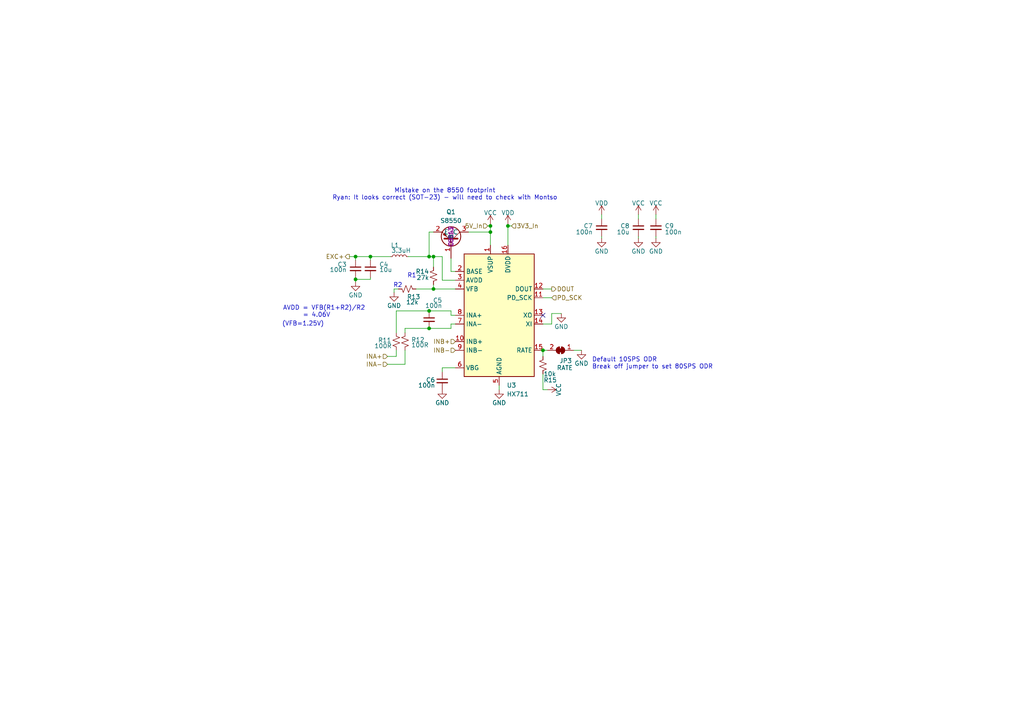
<source format=kicad_sch>
(kicad_sch (version 20231120) (generator "eeschema") (generator_version "8.0")
  (paper "A4")
  (title_block (title "HX711 Circuit") (date "2023-12-05") (rev "1.2.0") (company "https://learn.sparkfun.com/tutorials/load-cell-amplifier-hx711-breakout-hookup-guide"))
  (lib_symbols
    (symbol "Analog_ADC:HX711"
      (property "Reference" "U" (at 5.08 21.59 0))
      (property "Value" "HX711" (at 7.62 19.05 0))
      (symbol "HX711_0_1"
        (rectangle (start -10.16 17.78) (end 10.16 -17.78) (stroke (width 0.254)) (fill (type background)))
      )
      (symbol "HX711_1_1"
        (pin power_in line (at -2.54 20.32 270) (length 2.54) (name "VSUP") (number "1"))
        (pin input line (at -12.7 -7.62 0) (length 2.54) (name "INB+") (number "10"))
        (pin input line (at 12.7 5.08 180) (length 2.54) (name "PD_SCK") (number "11"))
        (pin output line (at 12.7 7.62 180) (length 2.54) (name "DOUT") (number "12"))
        (pin passive line (at 12.7 0 180) (length 2.54) (name "XO") (number "13"))
        (pin passive line (at 12.7 -2.54 180) (length 2.54) (name "XI") (number "14"))
        (pin input line (at 12.7 -10.16 180) (length 2.54) (name "RATE") (number "15"))
        (pin power_in line (at 2.54 20.32 270) (length 2.54) (name "DVDD") (number "16"))
        (pin passive line (at -12.7 12.7 0) (length 2.54) (name "BASE") (number "2"))
        (pin power_in line (at -12.7 10.16 0) (length 2.54) (name "AVDD") (number "3"))
        (pin input line (at -12.7 7.62 0) (length 2.54) (name "VFB") (number "4"))
        (pin power_in line (at 0 -20.32 90) (length 2.54) (name "AGND") (number "5"))
        (pin passive line (at -12.7 -15.24 0) (length 2.54) (name "VBG") (number "6"))
        (pin input line (at -12.7 -2.54 0) (length 2.54) (name "INA-") (number "7"))
        (pin input line (at -12.7 0 0) (length 2.54) (name "INA+") (number "8"))
        (pin input line (at -12.7 -10.16 0) (length 2.54) (name "INB-") (number "9"))
      )
    )
    (symbol "Device:C_Small" (pin_numbers hide) (pin_names (offset 0.254) hide)
      (property "Reference" "C" (at 0.254 1.778 0))
      (property "Value" "C_Small" (at 0.254 -2.032 0))
      (symbol "C_Small_0_1"
        (polyline (pts (xy -1.524 -0.508) (xy 1.524 -0.508)) (stroke (width 0.3302)))
        (polyline (pts (xy -1.524 0.508) (xy 1.524 0.508)) (stroke (width 0.3048)))
      )
      (symbol "C_Small_1_1"
        (pin passive line (at 0 2.54 270) (length 2.032) (name "~") (number "1"))
        (pin passive line (at 0 -2.54 90) (length 2.032) (name "~") (number "2"))
      )
    )
    (symbol "Device:L_Small" (pin_numbers hide) (pin_names (offset 0.254) hide)
      (property "Reference" "L" (at 0.762 1.016 0))
      (property "Value" "L_Small" (at 0.762 -1.016 0))
      (symbol "L_Small_0_1"
        (arc (start 0 -2.032) (mid 0.5058 -1.524) (end 0 -1.016))
        (arc (start 0 -1.016) (mid 0.5058 -0.508) (end 0 0))
        (arc (start 0 0) (mid 0.5058 0.508) (end 0 1.016))
        (arc (start 0 1.016) (mid 0.5058 1.524) (end 0 2.032))
      )
      (symbol "L_Small_1_1"
        (pin passive line (at 0 2.54 270) (length 0.508) (name "~") (number "1"))
        (pin passive line (at 0 -2.54 90) (length 0.508) (name "~") (number "2"))
      )
    )
    (symbol "Device:R_Small_US" (pin_numbers hide) (pin_names (offset 0.254) hide)
      (property "Reference" "R" (at 0.762 0.508 0))
      (property "Value" "R_Small_US" (at 0.762 -1.016 0))
      (symbol "R_Small_US_1_1"
        (polyline (pts (xy 0 0) (xy 1.016 -0.381) (xy 0 -0.762) (xy -1.016 -1.143) (xy 0 -1.524)))
        (polyline (pts (xy 0 1.524) (xy 1.016 1.143) (xy 0 0.762) (xy -1.016 0.381) (xy 0 0)))
        (pin passive line (at 0 2.54 270) (length 1.016) (name "~") (number "1"))
        (pin passive line (at 0 -2.54 90) (length 1.016) (name "~") (number "2"))
      )
    )
    (symbol "Jumper:SolderJumper_2_Bridged" (pin_names (offset 0) hide)
      (property "Reference" "JP" (at 0 2.032 0))
      (property "Value" "SolderJumper_2_Bridged" (at 0 -2.54 0))
      (symbol "SolderJumper_2_Bridged_0_1"
        (rectangle (start -0.508 0.508) (end 0.508 -0.508) (fill (type outline)))
        (arc (start -0.254 1.016) (mid -1.2656 0) (end -0.254 -1.016))
        (arc (start -0.254 1.016) (mid -1.2656 0) (end -0.254 -1.016) (fill (type outline)))
        (polyline (pts (xy -0.254 1.016) (xy -0.254 -1.016)))
        (polyline (pts (xy 0.254 1.016) (xy 0.254 -1.016)))
        (arc (start 0.254 -1.016) (mid 1.2656 0) (end 0.254 1.016))
        (arc (start 0.254 -1.016) (mid 1.2656 0) (end 0.254 1.016) (fill (type outline)))
      )
      (symbol "SolderJumper_2_Bridged_1_1"
        (pin passive line (at -3.81 0 0) (length 2.54) (name "A") (number "1"))
        (pin passive line (at 3.81 0 180) (length 2.54) (name "B") (number "2"))
      )
    )
    (symbol "UCT:S8550_SMD"
      (property "Reference" "Q" (at -5.08 7.62 0))
      (property "LCSC" "C8542" (at 0 0 0))
      (property "Extended" "0" (at 0 0 0))
      (property "Price" "0.013" (at 0 0 0))
      (symbol "S8550_SMD_0_1"
        (polyline (pts (xy -1.27 0) (xy -0.635 0)))
        (polyline (pts (xy 1.27 -2.54) (xy -0.635 -0.635)))
        (polyline (pts (xy 1.27 2.54) (xy -0.635 0.635)))
        (polyline (pts (xy -0.635 1.905) (xy -0.635 -1.905) (xy -0.635 -1.905)) (stroke (width 0.508)) (fill (type outline)))
        (polyline (pts (xy 0.508 -2.286) (xy 1.016 -1.778) (xy 0 -1.27) (xy 0.508 -2.286) (xy 0.508 -2.286)) (fill (type outline)))
        (circle (center 0 0) (radius 2.8194) (stroke (width 0.254)))
      )
      (symbol "S8550_SMD_1_1"
        (pin input line (at -6.35 0 0) (length 5.08) (name "B") (number "1"))
        (pin passive line (at 1.27 -5.08 90) (length 2.54) (name "E") (number "2"))
        (pin passive line (at 1.27 5.08 270) (length 2.54) (name "C") (number "3"))
      )
    )
    (symbol "power:GND" (power) (pin_names (offset 0))
      (property "Value" "GND" (at 0 -3.81 0))
      (symbol "GND_0_1"
        (polyline (pts (xy 0 0) (xy 0 -1.27) (xy 1.27 -1.27) (xy 0 -2.54) (xy -1.27 -1.27) (xy 0 -1.27)))
      )
      (symbol "GND_1_1"
        (pin power_in line (at 0 0 270) (length 0) hide (name "GND") (number "1"))
      )
    )
    (symbol "power:VCC" (power) (pin_names (offset 0))
      (property "Value" "VCC" (at 0 3.81 0))
      (symbol "VCC_0_1"
        (polyline (pts (xy -0.762 1.27) (xy 0 2.54)))
        (polyline (pts (xy 0 0) (xy 0 2.54)))
        (polyline (pts (xy 0 2.54) (xy 0.762 1.27)))
      )
      (symbol "VCC_1_1"
        (pin power_in line (at 0 0 90) (length 0) hide (name "VCC") (number "1"))
      )
    )
    (symbol "power:VDD" (power) (pin_names (offset 0))
      (property "Value" "VDD" (at 0 3.81 0))
      (symbol "VDD_0_1"
        (polyline (pts (xy -0.762 1.27) (xy 0 2.54)))
        (polyline (pts (xy 0 0) (xy 0 2.54)))
        (polyline (pts (xy 0 2.54) (xy 0.762 1.27)))
      )
      (symbol "VDD_1_1"
        (pin power_in line (at 0 0 90) (length 0) hide (name "VDD") (number "1"))
      )
    )
  )
  (junction (at 147.32 65.532))
  (junction (at 142.24 65.532))
  (junction (at 124.46 95.25))
  (junction (at 103.124 81.026))
  (junction (at 125.73 74.422))
  (junction (at 107.442 74.422))
  (junction (at 124.46 74.422))
  (junction (at 125.73 83.82))
  (junction (at 124.46 90.17))
  (junction (at 157.48 101.6))
  (junction (at 103.124 74.422))
  (junction (at 142.24 67.31))
  (no_connect (at 157.48 91.44))
  (wire (pts (xy 130.81 91.44) (xy 130.81 90.17)))
  (wire (pts (xy 114.935 90.17) (xy 124.46 90.17)))
  (wire (pts (xy 135.89 67.31) (xy 142.24 67.31)))
  (wire (pts (xy 142.24 65.024) (xy 142.24 65.532)))
  (wire (pts (xy 130.81 93.98) (xy 132.08 93.98)))
  (wire (pts (xy 157.48 101.6) (xy 157.48 103.378)))
  (wire (pts (xy 114.3 84.836) (xy 114.3 83.82)))
  (wire (pts (xy 124.46 67.31) (xy 124.46 74.422)))
  (wire (pts (xy 101.346 74.422) (xy 103.124 74.422)))
  (wire (pts (xy 160.02 90.932) (xy 162.814 90.932)))
  (wire (pts (xy 125.73 83.82) (xy 125.73 82.55)))
  (wire (pts (xy 117.475 101.6) (xy 117.475 105.664)))
  (wire (pts (xy 114.3 83.82) (xy 115.57 83.82)))
  (wire (pts (xy 103.124 81.026) (xy 103.124 81.788)))
  (wire (pts (xy 124.46 95.25) (xy 130.81 95.25)))
  (wire (pts (xy 112.395 105.664) (xy 117.475 105.664)))
  (wire (pts (xy 141.478 65.532) (xy 142.24 65.532)))
  (wire (pts (xy 147.32 65.532) (xy 148.336 65.532)))
  (wire (pts (xy 103.124 74.422) (xy 107.442 74.422)))
  (wire (pts (xy 190.246 69.088) (xy 190.246 68.58)))
  (wire (pts (xy 166.37 101.6) (xy 168.656 101.6)))
  (wire (pts (xy 114.935 90.17) (xy 114.935 96.52)))
  (wire (pts (xy 120.65 83.82) (xy 125.73 83.82)))
  (wire (pts (xy 114.935 103.378) (xy 114.935 101.6)))
  (wire (pts (xy 130.81 95.25) (xy 130.81 93.98)))
  (wire (pts (xy 107.442 80.518) (xy 107.442 81.026)))
  (wire (pts (xy 185.166 69.088) (xy 185.166 68.58)))
  (wire (pts (xy 160.02 93.98) (xy 157.48 93.98)))
  (wire (pts (xy 107.442 74.422) (xy 113.284 74.422)))
  (wire (pts (xy 124.46 90.17) (xy 130.81 90.17)))
  (wire (pts (xy 128.27 81.28) (xy 132.08 81.28)))
  (wire (pts (xy 130.81 74.93) (xy 130.81 78.74)))
  (wire (pts (xy 142.24 65.532) (xy 142.24 67.31)))
  (wire (pts (xy 128.27 74.422) (xy 128.27 81.28)))
  (wire (pts (xy 128.27 107.95) (xy 128.27 106.68)))
  (wire (pts (xy 128.27 106.68) (xy 132.08 106.68)))
  (wire (pts (xy 118.364 74.422) (xy 124.46 74.422)))
  (wire (pts (xy 125.73 67.31) (xy 124.46 67.31)))
  (wire (pts (xy 157.48 101.6) (xy 158.75 101.6)))
  (wire (pts (xy 103.124 75.438) (xy 103.124 74.422)))
  (wire (pts (xy 142.24 67.31) (xy 142.24 71.12)))
  (wire (pts (xy 117.475 95.25) (xy 124.46 95.25)))
  (wire (pts (xy 147.32 65.024) (xy 147.32 65.532)))
  (wire (pts (xy 132.08 91.44) (xy 130.81 91.44)))
  (wire (pts (xy 125.73 74.422) (xy 128.27 74.422)))
  (wire (pts (xy 107.442 81.026) (xy 103.124 81.026)))
  (wire (pts (xy 157.48 108.458) (xy 157.48 113.03)))
  (wire (pts (xy 124.46 74.422) (xy 125.73 74.422)))
  (wire (pts (xy 174.498 62.23) (xy 174.498 63.5)))
  (wire (pts (xy 185.166 62.23) (xy 185.166 63.5)))
  (wire (pts (xy 144.78 113.03) (xy 144.78 111.76)))
  (wire (pts (xy 190.246 62.23) (xy 190.246 63.5)))
  (wire (pts (xy 157.48 86.36) (xy 160.02 86.36)))
  (wire (pts (xy 107.442 74.422) (xy 107.442 75.438)))
  (wire (pts (xy 125.73 83.82) (xy 132.08 83.82)))
  (wire (pts (xy 103.124 80.518) (xy 103.124 81.026)))
  (wire (pts (xy 174.498 69.088) (xy 174.498 68.58)))
  (wire (pts (xy 147.32 65.532) (xy 147.32 71.12)))
  (wire (pts (xy 157.48 113.03) (xy 158.75 113.03)))
  (wire (pts (xy 117.475 95.25) (xy 117.475 96.52)))
  (wire (pts (xy 160.02 90.932) (xy 160.02 93.98)))
  (wire (pts (xy 125.73 74.422) (xy 125.73 77.47)))
  (wire (pts (xy 157.48 83.82) (xy 160.02 83.82)))
  (wire (pts (xy 112.395 103.378) (xy 114.935 103.378)))
  (wire (pts (xy 130.81 78.74) (xy 132.08 78.74)))
  (text "R1" (at 118.11 80.772 0) (effects (font (size 1.27 1.27)) (justify left bottom)))
  (text "Default 10SPS ODR\nBreak off jumper to set 80SPS ODR" (at 171.704 107.188 0) (effects (font (size 1.27 1.27)) (justify left bottom)))
  (text "AVDD = VFB(R1+R2)/R2\n	 = 4.06V" (at 82.042 92.202 0) (effects (font (size 1.27 1.27)) (justify left bottom)))
  (text "(VFB=1.25V)" (at 81.788 94.742 0) (effects (font (size 1.27 1.27)) (justify left bottom)))
  (text "Mistake on the 8550 footprint\nRyan: It looks correct (SOT-23) - will need to check with Montso" (at 129.032 58.166 0) (effects (font (size 1.27 1.27)) (justify bottom)))
  (text "R2" (at 114.046 83.566 0) (effects (font (size 1.27 1.27)) (justify left bottom)))
  (hierarchical_label "EXC+" (shape output) (at 101.346 74.422 180))
  (hierarchical_label "INB+" (shape input) (at 132.08 99.06 180))
  (hierarchical_label "DOUT" (shape output) (at 160.02 83.82 0))
  (hierarchical_label "3V3_In" (shape input) (at 148.336 65.532 0))
  (hierarchical_label "5V_In" (shape input) (at 141.478 65.532 180))
  (hierarchical_label "INA+" (shape input) (at 112.395 103.378 180))
  (hierarchical_label "INA-" (shape input) (at 112.395 105.664 180))
  (hierarchical_label "INB-" (shape input) (at 132.08 101.6 180))
  (hierarchical_label "PD_SCK" (shape input) (at 160.02 86.36 0))
  (symbol (lib_id "power:VDD") (at 174.498 62.23 0) (unit 1)
    (property "Reference" "#PWR047" (effects (hide yes)))
    (property "Value" "VDD" (at 174.498 58.928 0))
  )
  (symbol (lib_id "power:VDD") (at 147.32 65.024 0) (unit 1)
    (property "Reference" "#PWR043" (effects (hide yes)))
    (property "Value" "VDD" (at 147.32 61.722 0))
  )
  (symbol (lib_id "power:GND") (at 168.656 101.6 0) (unit 1)
    (property "Reference" "#PWR046" (effects (hide yes)))
    (property "Value" "GND" (at 168.656 105.41 0))
  )
  (symbol (lib_id "Device:C_Small") (at 103.124 77.978 0) (mirror y) (unit 1)
    (property "Reference" "C3" (at 100.584 76.7143 0) (effects (justify left)))
    (property "Value" "100n" (at 100.584 78.232 0) (effects (justify left)))
    (property "Footprint" "Capacitor_SMD:C_0402_1005Metric" (effects (hide yes)))
    (property "Datasheet" "https://datasheet.datasheetarchive.com/originals/distributors/Datasheets-DGA10/2408147.pdf" (effects (hide yes)))
    (property "Extended" "0" (effects (hide yes)))
    (property "LCSC" "C1525" (effects (hide yes)))
  )
  (symbol (lib_id "Device:C_Small") (at 124.46 92.71 0) (mirror y) (unit 1)
    (property "Reference" "C5" (at 128.27 87.122 0) (effects (justify left)))
    (property "Value" "100n" (at 128.27 88.646 0) (effects (justify left)))
    (property "Footprint" "Capacitor_SMD:C_0402_1005Metric" (effects (hide yes)))
    (property "Datasheet" "https://datasheet.datasheetarchive.com/originals/distributors/Datasheets-DGA10/2408147.pdf" (effects (hide yes)))
    (property "Extended" "0" (effects (hide yes)))
    (property "LCSC" "C1525" (effects (hide yes)))
  )
  (symbol (lib_id "Device:R_Small_US") (at 114.935 99.06 180) (unit 1)
    (property "Reference" "R11" (at 113.538 98.679 0) (effects (justify left)))
    (property "Value" "100R" (at 113.665 100.33 0) (effects (justify left)))
    (property "Footprint" "Resistor_SMD:R_0603_1608Metric" (effects (hide yes)))
    (property "Datasheet" "https://wmsc.lcsc.com/wmsc/upload/file/pdf/v2/lcsc/2206010130_UNI-ROYAL-Uniroyal-Elec-0603WAF1000T5E_C22775.pdf" (effects (hide yes)))
    (property "Extended" "0" (effects (hide yes)))
    (property "LCSC" "C22775" (effects (hide yes)))
  )
  (symbol (lib_id "power:GND") (at 144.78 113.03 0) (unit 1)
    (property "Reference" "#PWR042" (effects (hide yes)))
    (property "Value" "GND" (at 144.78 116.84 0))
  )
  (symbol (lib_id "Device:R_Small_US") (at 117.475 99.06 0) (mirror x) (unit 1)
    (property "Reference" "R12" (at 119.253 98.552 0) (effects (justify left)))
    (property "Value" "100R" (at 119.253 100.076 0) (effects (justify left)))
    (property "Footprint" "Resistor_SMD:R_0603_1608Metric" (effects (hide yes)))
    (property "Datasheet" "https://wmsc.lcsc.com/wmsc/upload/file/pdf/v2/lcsc/2206010130_UNI-ROYAL-Uniroyal-Elec-0603WAF1000T5E_C22775.pdf" (effects (hide yes)))
    (property "Extended" "0" (effects (hide yes)))
    (property "LCSC" "C22775" (effects (hide yes)))
  )
  (symbol (lib_id "Jumper:SolderJumper_2_Bridged") (at 162.56 101.6 180) (unit 1)
    (property "Reference" "JP3" (at 164.084 104.648 0))
    (property "Value" "RATE" (at 163.83 106.68 0))
    (property "Footprint" "Jumper:SolderJumper-2_P1.3mm_Bridged_RoundedPad1.0x1.5mm" (effects (hide yes)))
  )
  (symbol (lib_id "UCT:S8550_SMD") (at 130.81 68.58 270) (mirror x) (unit 1)
    (property "Reference" "Q1" (at 130.81 61.468 90))
    (property "Value" "S8550" (at 130.81 64.008 90))
    (property "Footprint" "Package_TO_SOT_SMD:SOT-23" (effects (hide yes)))
    (property "Datasheet" "https://datasheet.lcsc.com/lcsc/1810161212_Jiangsu-Changjing-Electronics-Technology-Co---Ltd--SS8550-Y2_C8542.pdf" (effects (hide yes)))
    (property "LCSC" "C8542" (at 130.81 68.58 0))
    (property "Extended" "0" (at 130.81 68.58 0))
    (property "Price" "0.013" (at 130.81 68.58 0))
  )
  (symbol (lib_id "power:GND") (at 185.166 69.088 0) (unit 1)
    (property "Reference" "#PWR050" (effects (hide yes)))
    (property "Value" "GND" (at 185.166 72.898 0))
  )
  (symbol (lib_id "Device:L_Small") (at 115.824 74.422 90) (unit 1)
    (property "Reference" "L1" (at 114.554 71.12 90))
    (property "Value" "3.3uH" (at 116.332 72.644 90))
    (property "Footprint" "Inductor_SMD:L_0603_1608Metric" (effects (hide yes)))
    (property "Datasheet" "https://wmsc.lcsc.com/wmsc/upload/file/pdf/v2/lcsc/2304140030_TDK-MLF1608A3R3JT000_C275346.pdf" (effects (hide yes)))
    (property "Extended" "1" (effects (hide yes)))
    (property "LCSC" "C275346" (effects (hide yes)))
  )
  (symbol (lib_id "Device:C_Small") (at 185.166 66.04 0) (mirror y) (unit 1)
    (property "Reference" "C8" (at 182.626 65.532 0) (effects (justify left)))
    (property "Value" "10u" (at 182.626 67.3163 0) (effects (justify left)))
    (property "Footprint" "Capacitor_SMD:C_0603_1608Metric" (effects (hide yes)))
    (property "Datasheet" "https://datasheet.datasheetarchive.com/originals/distributors/Datasheets-DGA10/2415998.pdf" (effects (hide yes)))
    (property "Extended" "0" (effects (hide yes)))
    (property "LCSC" "C19702" (effects (hide yes)))
  )
  (symbol (lib_id "power:GND") (at 162.814 90.932 0) (unit 1)
    (property "Reference" "#PWR045" (effects (hide yes)))
    (property "Value" "GND" (at 162.814 94.742 0))
  )
  (symbol (lib_id "Device:R_Small_US") (at 125.73 80.01 0) (mirror y) (unit 1)
    (property "Reference" "R14" (at 124.46 78.74 0) (effects (justify left)))
    (property "Value" "27k" (at 124.46 80.518 0) (effects (justify left)))
    (property "Footprint" "Resistor_SMD:R_0603_1608Metric" (effects (hide yes)))
    (property "Datasheet" "https://wmsc.lcsc.com/wmsc/upload/file/pdf/v2/lcsc/2206010130_UNI-ROYAL-Uniroyal-Elec-0603WAF2702T5E_C22967.pdf" (effects (hide yes)))
    (property "Extended" "0" (effects (hide yes)))
    (property "LCSC" "C22967" (effects (hide yes)))
  )
  (symbol (lib_id "power:VCC") (at 190.246 62.23 0) (mirror y) (unit 1)
    (property "Reference" "#PWR051" (effects (hide yes)))
    (property "Value" "VCC" (at 190.246 58.928 0))
  )
  (symbol (lib_id "Device:R_Small_US") (at 118.11 83.82 90) (mirror x) (unit 1)
    (property "Reference" "R13" (at 121.92 86.106 90) (effects (justify left)))
    (property "Value" "12k" (at 121.412 87.63 90) (effects (justify left)))
    (property "Footprint" "Resistor_SMD:R_0603_1608Metric" (effects (hide yes)))
    (property "Datasheet" "https://wmsc.lcsc.com/wmsc/upload/file/pdf/v2/lcsc/2206010130_UNI-ROYAL-Uniroyal-Elec-0603WAF1202T5E_C22790.pdf" (effects (hide yes)))
    (property "Extended" "0" (effects (hide yes)))
    (property "LCSC" "C22790" (effects (hide yes)))
  )
  (symbol (lib_id "Device:C_Small") (at 190.246 66.04 0) (unit 1)
    (property "Reference" "C9" (at 192.786 65.532 0) (effects (justify left)))
    (property "Value" "100n" (at 192.786 67.3163 0) (effects (justify left)))
    (property "Footprint" "Capacitor_SMD:C_0402_1005Metric" (effects (hide yes)))
    (property "Datasheet" "https://datasheet.datasheetarchive.com/originals/distributors/Datasheets-DGA10/2408147.pdf" (effects (hide yes)))
    (property "Extended" "0" (effects (hide yes)))
    (property "LCSC" "C1525" (effects (hide yes)))
  )
  (symbol (lib_id "Device:C_Small") (at 174.498 66.04 0) (mirror y) (unit 1)
    (property "Reference" "C7" (at 171.958 65.532 0) (effects (justify left)))
    (property "Value" "100n" (at 171.958 67.3163 0) (effects (justify left)))
    (property "Footprint" "Capacitor_SMD:C_0402_1005Metric" (effects (hide yes)))
    (property "Datasheet" "https://datasheet.datasheetarchive.com/originals/distributors/Datasheets-DGA10/2408147.pdf" (effects (hide yes)))
    (property "Extended" "0" (effects (hide yes)))
    (property "LCSC" "C1525" (effects (hide yes)))
  )
  (symbol (lib_id "Device:C_Small") (at 107.442 77.978 0) (unit 1)
    (property "Reference" "C4" (at 109.982 76.7143 0) (effects (justify left)))
    (property "Value" "10u" (at 109.982 78.232 0) (effects (justify left)))
    (property "Footprint" "Capacitor_SMD:C_0603_1608Metric" (effects (hide yes)))
    (property "Datasheet" "https://datasheet.datasheetarchive.com/originals/distributors/Datasheets-DGA10/2415998.pdf" (effects (hide yes)))
    (property "Extended" "0" (effects (hide yes)))
    (property "LCSC" "C19702" (effects (hide yes)))
  )
  (symbol (lib_id "Device:C_Small") (at 128.27 110.49 0) (mirror y) (unit 1)
    (property "Reference" "C6" (at 126.238 110.2297 0) (effects (justify left)))
    (property "Value" "100n" (at 126.238 111.76 0) (effects (justify left)))
    (property "Footprint" "Capacitor_SMD:C_0402_1005Metric" (effects (hide yes)))
    (property "Datasheet" "https://datasheet.datasheetarchive.com/originals/distributors/Datasheets-DGA10/2408147.pdf" (effects (hide yes)))
    (property "Extended" "0" (effects (hide yes)))
    (property "LCSC" "C1525" (effects (hide yes)))
  )
  (symbol (lib_id "power:VCC") (at 158.75 113.03 270) (unit 1)
    (property "Reference" "#PWR044" (effects (hide yes)))
    (property "Value" "VCC" (at 162.052 113.03 0))
  )
  (symbol (lib_id "power:GND") (at 103.124 81.788 0) (unit 1)
    (property "Reference" "#PWR038" (effects (hide yes)))
    (property "Value" "GND" (at 103.124 85.598 0))
  )
  (symbol (lib_id "power:VCC") (at 185.166 62.23 0) (unit 1)
    (property "Reference" "#PWR049" (effects (hide yes)))
    (property "Value" "VCC" (at 185.166 58.928 0))
  )
  (symbol (lib_id "Device:R_Small_US") (at 157.48 105.918 0) (mirror y) (unit 1)
    (property "Reference" "R15" (at 161.544 110.236 0) (effects (justify left)))
    (property "Value" "10k" (at 161.29 108.458 0) (effects (justify left)))
    (property "Footprint" "Resistor_SMD:R_0402_1005Metric" (effects (hide yes)))
    (property "Datasheet" "https://wmsc.lcsc.com/wmsc/upload/file/pdf/v2/lcsc/2206010045_UNI-ROYAL-Uniroyal-Elec-0603WAF1002T5E_C25804.pdf" (effects (hide yes)))
    (property "Extended" "0" (effects (hide yes)))
    (property "LCSC" "C25804" (effects (hide yes)))
  )
  (symbol (lib_id "power:GND") (at 190.246 69.088 0) (mirror y) (unit 1)
    (property "Reference" "#PWR052" (effects (hide yes)))
    (property "Value" "GND" (at 190.246 72.898 0))
  )
  (symbol (lib_id "power:GND") (at 128.27 113.03 0) (unit 1)
    (property "Reference" "#PWR040" (effects (hide yes)))
    (property "Value" "GND" (at 128.27 116.84 0))
  )
  (symbol (lib_id "Analog_ADC:HX711") (at 144.78 91.44 0) (unit 1)
    (property "Reference" "U3" (at 146.9741 111.76 0) (effects (justify left)))
    (property "Value" "HX711" (at 146.9741 114.3 0) (effects (justify left)))
    (property "Footprint" "Package_SO:SOP-16_3.9x9.9mm_P1.27mm" (effects (hide yes)))
    (property "Datasheet" "https://cdn.sparkfun.com/datasheets/Sensors/ForceFlex/hx711_english.pdf" (effects (hide yes)))
    (property "Extended" "1" (effects (hide yes)))
    (property "LCSC" "C6705483" (effects (hide yes)))
  )
  (symbol (lib_id "power:VCC") (at 142.24 65.024 0) (unit 1)
    (property "Reference" "#PWR041" (effects (hide yes)))
    (property "Value" "VCC" (at 142.24 61.722 0))
  )
  (symbol (lib_id "power:GND") (at 174.498 69.088 0) (unit 1)
    (property "Reference" "#PWR048" (effects (hide yes)))
    (property "Value" "GND" (at 174.498 72.898 0))
  )
  (symbol (lib_id "power:GND") (at 114.3 84.836 0) (unit 1)
    (property "Reference" "#PWR039" (effects (hide yes)))
    (property "Value" "GND" (at 114.3 88.646 0))
  )
)
</source>
